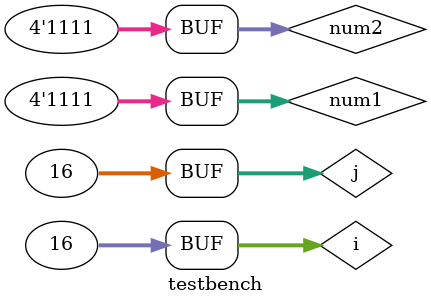
<source format=v>
`timescale 1ns / 1ps

module testbench ();

wire [3:0] out1;
wire [3:0] out2;
wire [6:0] hex0;
wire [6:0] hex1;
wire [6:0] hex2;
wire [6:0] hex4;

//wire [3:0] msb;
//wire [3:0] lsb;

reg [3:0] num1;
reg [3:0] num2;

integer i;
integer j;


Four_Bit_Adder T1 (num1, num2, out1, out2);
Hex_to_7Seg T2 (num1, hex4);
Hex_to_7Seg T3 (num2, hex2);
Hex_to_7Seg T4 (out2, hex1);
Hex_to_7Seg T5 (out1, hex0);

	initial 
		//num1 <= 0;
		//num2 <= 0;
		begin
			for(i = 0; i < 16; i = i+1)
			begin
				for(j = 0; j < 16; j = j+1)
				begin
					#5 num1 <= i;
					num2 <= j;
				end
			end
		end
	
endmodule 
</source>
